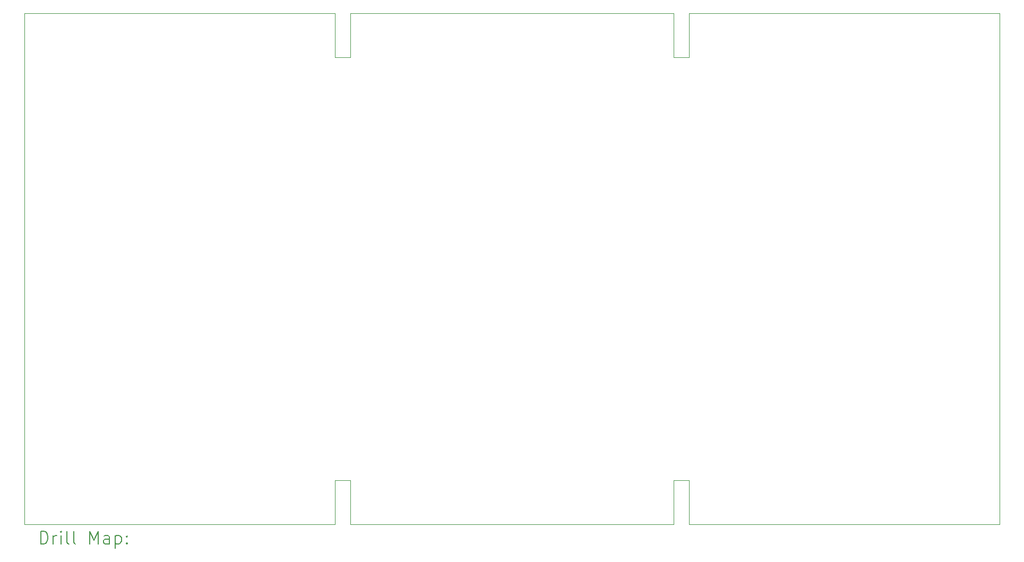
<source format=gbr>
%TF.GenerationSoftware,KiCad,Pcbnew,9.0.4*%
%TF.CreationDate,2025-10-09T13:35:27+02:00*%
%TF.ProjectId,io-gateway,696f2d67-6174-4657-9761-792e6b696361,rev?*%
%TF.SameCoordinates,Original*%
%TF.FileFunction,Drillmap*%
%TF.FilePolarity,Positive*%
%FSLAX45Y45*%
G04 Gerber Fmt 4.5, Leading zero omitted, Abs format (unit mm)*
G04 Created by KiCad (PCBNEW 9.0.4) date 2025-10-09 13:35:27*
%MOMM*%
%LPD*%
G01*
G04 APERTURE LIST*
%ADD10C,0.050000*%
%ADD11C,0.200000*%
G04 APERTURE END LIST*
D10*
X9925000Y-5525000D02*
X10175000Y-5525000D01*
X10175000Y-4825000D01*
X15325000Y-4825000D01*
X15325000Y-5525000D01*
X15575000Y-5525000D01*
X15575000Y-4825000D01*
X20525000Y-4825000D01*
X20525000Y-12975000D01*
X15575000Y-12975000D01*
X15575000Y-12275000D01*
X15325000Y-12275000D01*
X15325000Y-12975000D01*
X10175000Y-12975000D01*
X10175000Y-12275000D01*
X9925000Y-12275000D01*
X9925000Y-12975000D01*
X4975000Y-12975000D01*
X4975000Y-4825000D01*
X9925000Y-4825000D01*
X9925000Y-5525000D01*
D11*
X5233277Y-13288984D02*
X5233277Y-13088984D01*
X5233277Y-13088984D02*
X5280896Y-13088984D01*
X5280896Y-13088984D02*
X5309467Y-13098508D01*
X5309467Y-13098508D02*
X5328515Y-13117555D01*
X5328515Y-13117555D02*
X5338039Y-13136603D01*
X5338039Y-13136603D02*
X5347563Y-13174698D01*
X5347563Y-13174698D02*
X5347563Y-13203269D01*
X5347563Y-13203269D02*
X5338039Y-13241365D01*
X5338039Y-13241365D02*
X5328515Y-13260412D01*
X5328515Y-13260412D02*
X5309467Y-13279460D01*
X5309467Y-13279460D02*
X5280896Y-13288984D01*
X5280896Y-13288984D02*
X5233277Y-13288984D01*
X5433277Y-13288984D02*
X5433277Y-13155650D01*
X5433277Y-13193746D02*
X5442801Y-13174698D01*
X5442801Y-13174698D02*
X5452324Y-13165174D01*
X5452324Y-13165174D02*
X5471372Y-13155650D01*
X5471372Y-13155650D02*
X5490420Y-13155650D01*
X5557086Y-13288984D02*
X5557086Y-13155650D01*
X5557086Y-13088984D02*
X5547563Y-13098508D01*
X5547563Y-13098508D02*
X5557086Y-13108031D01*
X5557086Y-13108031D02*
X5566610Y-13098508D01*
X5566610Y-13098508D02*
X5557086Y-13088984D01*
X5557086Y-13088984D02*
X5557086Y-13108031D01*
X5680896Y-13288984D02*
X5661848Y-13279460D01*
X5661848Y-13279460D02*
X5652324Y-13260412D01*
X5652324Y-13260412D02*
X5652324Y-13088984D01*
X5785658Y-13288984D02*
X5766610Y-13279460D01*
X5766610Y-13279460D02*
X5757086Y-13260412D01*
X5757086Y-13260412D02*
X5757086Y-13088984D01*
X6014229Y-13288984D02*
X6014229Y-13088984D01*
X6014229Y-13088984D02*
X6080896Y-13231841D01*
X6080896Y-13231841D02*
X6147562Y-13088984D01*
X6147562Y-13088984D02*
X6147562Y-13288984D01*
X6328515Y-13288984D02*
X6328515Y-13184222D01*
X6328515Y-13184222D02*
X6318991Y-13165174D01*
X6318991Y-13165174D02*
X6299943Y-13155650D01*
X6299943Y-13155650D02*
X6261848Y-13155650D01*
X6261848Y-13155650D02*
X6242801Y-13165174D01*
X6328515Y-13279460D02*
X6309467Y-13288984D01*
X6309467Y-13288984D02*
X6261848Y-13288984D01*
X6261848Y-13288984D02*
X6242801Y-13279460D01*
X6242801Y-13279460D02*
X6233277Y-13260412D01*
X6233277Y-13260412D02*
X6233277Y-13241365D01*
X6233277Y-13241365D02*
X6242801Y-13222317D01*
X6242801Y-13222317D02*
X6261848Y-13212793D01*
X6261848Y-13212793D02*
X6309467Y-13212793D01*
X6309467Y-13212793D02*
X6328515Y-13203269D01*
X6423753Y-13155650D02*
X6423753Y-13355650D01*
X6423753Y-13165174D02*
X6442801Y-13155650D01*
X6442801Y-13155650D02*
X6480896Y-13155650D01*
X6480896Y-13155650D02*
X6499943Y-13165174D01*
X6499943Y-13165174D02*
X6509467Y-13174698D01*
X6509467Y-13174698D02*
X6518991Y-13193746D01*
X6518991Y-13193746D02*
X6518991Y-13250888D01*
X6518991Y-13250888D02*
X6509467Y-13269936D01*
X6509467Y-13269936D02*
X6499943Y-13279460D01*
X6499943Y-13279460D02*
X6480896Y-13288984D01*
X6480896Y-13288984D02*
X6442801Y-13288984D01*
X6442801Y-13288984D02*
X6423753Y-13279460D01*
X6604705Y-13269936D02*
X6614229Y-13279460D01*
X6614229Y-13279460D02*
X6604705Y-13288984D01*
X6604705Y-13288984D02*
X6595182Y-13279460D01*
X6595182Y-13279460D02*
X6604705Y-13269936D01*
X6604705Y-13269936D02*
X6604705Y-13288984D01*
X6604705Y-13165174D02*
X6614229Y-13174698D01*
X6614229Y-13174698D02*
X6604705Y-13184222D01*
X6604705Y-13184222D02*
X6595182Y-13174698D01*
X6595182Y-13174698D02*
X6604705Y-13165174D01*
X6604705Y-13165174D02*
X6604705Y-13184222D01*
M02*

</source>
